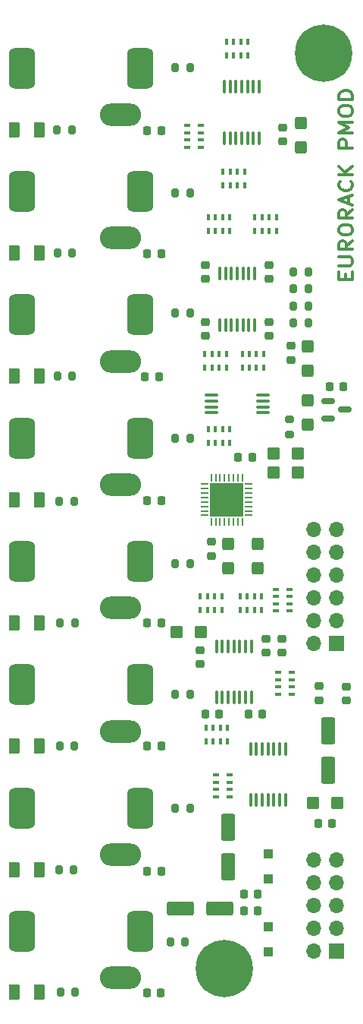
<source format=gbr>
%TF.GenerationSoftware,KiCad,Pcbnew,(6.0.7)*%
%TF.CreationDate,2022-09-10T19:48:32+02:00*%
%TF.ProjectId,eurorack-pmod-pcb,6575726f-7261-4636-9b2d-706d6f642d70,rev?*%
%TF.SameCoordinates,Original*%
%TF.FileFunction,Soldermask,Top*%
%TF.FilePolarity,Negative*%
%FSLAX46Y46*%
G04 Gerber Fmt 4.6, Leading zero omitted, Abs format (unit mm)*
G04 Created by KiCad (PCBNEW (6.0.7)) date 2022-09-10 19:48:32*
%MOMM*%
%LPD*%
G01*
G04 APERTURE LIST*
G04 Aperture macros list*
%AMRoundRect*
0 Rectangle with rounded corners*
0 $1 Rounding radius*
0 $2 $3 $4 $5 $6 $7 $8 $9 X,Y pos of 4 corners*
0 Add a 4 corners polygon primitive as box body*
4,1,4,$2,$3,$4,$5,$6,$7,$8,$9,$2,$3,0*
0 Add four circle primitives for the rounded corners*
1,1,$1+$1,$2,$3*
1,1,$1+$1,$4,$5*
1,1,$1+$1,$6,$7*
1,1,$1+$1,$8,$9*
0 Add four rect primitives between the rounded corners*
20,1,$1+$1,$2,$3,$4,$5,0*
20,1,$1+$1,$4,$5,$6,$7,0*
20,1,$1+$1,$6,$7,$8,$9,0*
20,1,$1+$1,$8,$9,$2,$3,0*%
G04 Aperture macros list end*
%ADD10C,0.375000*%
%ADD11RoundRect,0.200000X-0.200000X-0.275000X0.200000X-0.275000X0.200000X0.275000X-0.200000X0.275000X0*%
%ADD12RoundRect,0.225000X0.250000X-0.225000X0.250000X0.225000X-0.250000X0.225000X-0.250000X-0.225000X0*%
%ADD13RoundRect,0.250000X-0.375000X-0.625000X0.375000X-0.625000X0.375000X0.625000X-0.375000X0.625000X0*%
%ADD14RoundRect,0.100000X-0.100000X0.637500X-0.100000X-0.637500X0.100000X-0.637500X0.100000X0.637500X0*%
%ADD15RoundRect,0.200000X0.200000X0.275000X-0.200000X0.275000X-0.200000X-0.275000X0.200000X-0.275000X0*%
%ADD16RoundRect,0.225000X0.225000X0.250000X-0.225000X0.250000X-0.225000X-0.250000X0.225000X-0.250000X0*%
%ADD17RoundRect,0.225000X-0.225000X-0.250000X0.225000X-0.250000X0.225000X0.250000X-0.225000X0.250000X0*%
%ADD18R,1.100000X1.100000*%
%ADD19RoundRect,0.250000X-0.450000X-0.425000X0.450000X-0.425000X0.450000X0.425000X-0.450000X0.425000X0*%
%ADD20R,0.430000X0.760000*%
%ADD21RoundRect,0.062500X0.062500X-0.337500X0.062500X0.337500X-0.062500X0.337500X-0.062500X-0.337500X0*%
%ADD22RoundRect,0.062500X0.337500X-0.062500X0.337500X0.062500X-0.337500X0.062500X-0.337500X-0.062500X0*%
%ADD23R,3.700000X3.700000*%
%ADD24RoundRect,0.218750X0.256250X-0.218750X0.256250X0.218750X-0.256250X0.218750X-0.256250X-0.218750X0*%
%ADD25RoundRect,0.725000X-0.725000X1.575000X-0.725000X-1.575000X0.725000X-1.575000X0.725000X1.575000X0*%
%ADD26O,4.600000X2.500000*%
%ADD27RoundRect,0.250000X0.550000X-1.250000X0.550000X1.250000X-0.550000X1.250000X-0.550000X-1.250000X0*%
%ADD28C,0.800000*%
%ADD29C,6.400000*%
%ADD30R,0.760000X0.430000*%
%ADD31R,1.700000X1.700000*%
%ADD32O,1.700000X1.700000*%
%ADD33RoundRect,0.250000X-0.425000X0.450000X-0.425000X-0.450000X0.425000X-0.450000X0.425000X0.450000X0*%
%ADD34RoundRect,0.250000X0.450000X0.425000X-0.450000X0.425000X-0.450000X-0.425000X0.450000X-0.425000X0*%
%ADD35RoundRect,0.250000X0.425000X-0.450000X0.425000X0.450000X-0.425000X0.450000X-0.425000X-0.450000X0*%
%ADD36RoundRect,0.225000X-0.250000X0.225000X-0.250000X-0.225000X0.250000X-0.225000X0.250000X0.225000X0*%
%ADD37RoundRect,0.218750X-0.218750X-0.256250X0.218750X-0.256250X0.218750X0.256250X-0.218750X0.256250X0*%
%ADD38RoundRect,0.150000X-0.587500X-0.150000X0.587500X-0.150000X0.587500X0.150000X-0.587500X0.150000X0*%
%ADD39RoundRect,0.200000X-0.275000X0.200000X-0.275000X-0.200000X0.275000X-0.200000X0.275000X0.200000X0*%
%ADD40RoundRect,0.100000X0.100000X-0.637500X0.100000X0.637500X-0.100000X0.637500X-0.100000X-0.637500X0*%
%ADD41RoundRect,0.100000X0.637500X0.100000X-0.637500X0.100000X-0.637500X-0.100000X0.637500X-0.100000X0*%
%ADD42RoundRect,0.250000X-0.550000X1.250000X-0.550000X-1.250000X0.550000X-1.250000X0.550000X1.250000X0*%
%ADD43RoundRect,0.250000X-1.250000X-0.550000X1.250000X-0.550000X1.250000X0.550000X-1.250000X0.550000X0*%
G04 APERTURE END LIST*
D10*
X18180857Y-29279333D02*
X18180857Y-28712666D01*
X18966571Y-28469809D02*
X18966571Y-29279333D01*
X17466571Y-29279333D01*
X17466571Y-28469809D01*
X17466571Y-27741238D02*
X18680857Y-27741238D01*
X18823714Y-27660285D01*
X18895142Y-27579333D01*
X18966571Y-27417428D01*
X18966571Y-27093619D01*
X18895142Y-26931714D01*
X18823714Y-26850761D01*
X18680857Y-26769809D01*
X17466571Y-26769809D01*
X18966571Y-24988857D02*
X18252285Y-25555523D01*
X18966571Y-25960285D02*
X17466571Y-25960285D01*
X17466571Y-25312666D01*
X17538000Y-25150761D01*
X17609428Y-25069809D01*
X17752285Y-24988857D01*
X17966571Y-24988857D01*
X18109428Y-25069809D01*
X18180857Y-25150761D01*
X18252285Y-25312666D01*
X18252285Y-25960285D01*
X17466571Y-23936476D02*
X17466571Y-23612666D01*
X17538000Y-23450761D01*
X17680857Y-23288857D01*
X17966571Y-23207904D01*
X18466571Y-23207904D01*
X18752285Y-23288857D01*
X18895142Y-23450761D01*
X18966571Y-23612666D01*
X18966571Y-23936476D01*
X18895142Y-24098380D01*
X18752285Y-24260285D01*
X18466571Y-24341238D01*
X17966571Y-24341238D01*
X17680857Y-24260285D01*
X17538000Y-24098380D01*
X17466571Y-23936476D01*
X18966571Y-21507904D02*
X18252285Y-22074571D01*
X18966571Y-22479333D02*
X17466571Y-22479333D01*
X17466571Y-21831714D01*
X17538000Y-21669809D01*
X17609428Y-21588857D01*
X17752285Y-21507904D01*
X17966571Y-21507904D01*
X18109428Y-21588857D01*
X18180857Y-21669809D01*
X18252285Y-21831714D01*
X18252285Y-22479333D01*
X18538000Y-20860285D02*
X18538000Y-20050761D01*
X18966571Y-21022190D02*
X17466571Y-20455523D01*
X18966571Y-19888857D01*
X18823714Y-18350761D02*
X18895142Y-18431714D01*
X18966571Y-18674571D01*
X18966571Y-18836476D01*
X18895142Y-19079333D01*
X18752285Y-19241238D01*
X18609428Y-19322190D01*
X18323714Y-19403142D01*
X18109428Y-19403142D01*
X17823714Y-19322190D01*
X17680857Y-19241238D01*
X17538000Y-19079333D01*
X17466571Y-18836476D01*
X17466571Y-18674571D01*
X17538000Y-18431714D01*
X17609428Y-18350761D01*
X18966571Y-17622190D02*
X17466571Y-17622190D01*
X18966571Y-16650761D02*
X18109428Y-17379333D01*
X17466571Y-16650761D02*
X18323714Y-17622190D01*
X18966571Y-14626952D02*
X17466571Y-14626952D01*
X17466571Y-13979333D01*
X17538000Y-13817428D01*
X17609428Y-13736476D01*
X17752285Y-13655523D01*
X17966571Y-13655523D01*
X18109428Y-13736476D01*
X18180857Y-13817428D01*
X18252285Y-13979333D01*
X18252285Y-14626952D01*
X18966571Y-12926952D02*
X17466571Y-12926952D01*
X18538000Y-12360285D01*
X17466571Y-11793619D01*
X18966571Y-11793619D01*
X17466571Y-10660285D02*
X17466571Y-10336476D01*
X17538000Y-10174571D01*
X17680857Y-10012666D01*
X17966571Y-9931714D01*
X18466571Y-9931714D01*
X18752285Y-10012666D01*
X18895142Y-10174571D01*
X18966571Y-10336476D01*
X18966571Y-10660285D01*
X18895142Y-10822190D01*
X18752285Y-10984095D01*
X18466571Y-11065047D01*
X17966571Y-11065047D01*
X17680857Y-10984095D01*
X17538000Y-10822190D01*
X17466571Y-10660285D01*
X18966571Y-9203142D02*
X17466571Y-9203142D01*
X17466571Y-8798380D01*
X17538000Y-8555523D01*
X17680857Y-8393619D01*
X17823714Y-8312666D01*
X18109428Y-8231714D01*
X18323714Y-8231714D01*
X18609428Y-8312666D01*
X18752285Y-8393619D01*
X18895142Y-8555523D01*
X18966571Y-8798380D01*
X18966571Y-9203142D01*
D11*
%TO.C,R5*%
X-825000Y-19685000D03*
X825000Y-19685000D03*
%TD*%
D12*
%TO.C,C20*%
X2540000Y-35573000D03*
X2540000Y-34023000D03*
%TD*%
D13*
%TO.C,D8*%
X-16024400Y-81330800D03*
X-18824400Y-81330800D03*
%TD*%
D14*
%TO.C,U7*%
X11475000Y-81592500D03*
X10825000Y-81592500D03*
X10175000Y-81592500D03*
X9525000Y-81592500D03*
X8875000Y-81592500D03*
X8225000Y-81592500D03*
X7575000Y-81592500D03*
X7575000Y-87317500D03*
X8225000Y-87317500D03*
X8875000Y-87317500D03*
X9525000Y-87317500D03*
X10175000Y-87317500D03*
X10825000Y-87317500D03*
X11475000Y-87317500D03*
%TD*%
D15*
%TO.C,R14*%
X825000Y-60960000D03*
X-825000Y-60960000D03*
%TD*%
D11*
%TO.C,R9*%
X12383000Y-28448000D03*
X14033000Y-28448000D03*
%TD*%
D16*
%TO.C,C4*%
X7760000Y-49149000D03*
X6210000Y-49149000D03*
%TD*%
D12*
%TO.C,C15*%
X11049000Y-70879000D03*
X11049000Y-69329000D03*
%TD*%
D11*
%TO.C,R4*%
X-14033000Y-12598400D03*
X-12383000Y-12598400D03*
%TD*%
D15*
%TO.C,R15*%
X-12052800Y-67614800D03*
X-13702800Y-67614800D03*
%TD*%
D13*
%TO.C,D5*%
X-16024400Y-40081200D03*
X-18824400Y-40081200D03*
%TD*%
D17*
%TO.C,C23*%
X-3950000Y-26416000D03*
X-2400000Y-26416000D03*
%TD*%
D18*
%TO.C,D2*%
X9525000Y-104270000D03*
X9525000Y-101470000D03*
%TD*%
D11*
%TO.C,R6*%
X12383000Y-34163000D03*
X14033000Y-34163000D03*
%TD*%
D19*
%TO.C,C11*%
X10160000Y-50800000D03*
X12860000Y-50800000D03*
%TD*%
D13*
%TO.C,D7*%
X-15999000Y-67564000D03*
X-18799000Y-67564000D03*
%TD*%
D16*
%TO.C,C31*%
X-2400000Y-81280000D03*
X-3950000Y-81280000D03*
%TD*%
D17*
%TO.C,C34*%
X7353000Y-77724000D03*
X8903000Y-77724000D03*
%TD*%
D12*
%TO.C,C22*%
X9652000Y-35573000D03*
X9652000Y-34023000D03*
%TD*%
D20*
%TO.C,RN14*%
X2610000Y-80770000D03*
X3410000Y-80770000D03*
X4210000Y-80770000D03*
X5010000Y-80770000D03*
X5010000Y-79250000D03*
X4210000Y-79250000D03*
X3410000Y-79250000D03*
X2610000Y-79250000D03*
%TD*%
D13*
%TO.C,D6*%
X-16024400Y-53822600D03*
X-18824400Y-53822600D03*
%TD*%
D15*
%TO.C,R18*%
X825000Y-88265000D03*
X-825000Y-88265000D03*
%TD*%
D17*
%TO.C,C9*%
X16375000Y-41275000D03*
X17925000Y-41275000D03*
%TD*%
%TO.C,C25*%
X-4204000Y-40132000D03*
X-2654000Y-40132000D03*
%TD*%
D21*
%TO.C,U3*%
X3175000Y-56290000D03*
X3675000Y-56290000D03*
X4175000Y-56290000D03*
X4675000Y-56290000D03*
X5175000Y-56290000D03*
X5675000Y-56290000D03*
X6175000Y-56290000D03*
X6675000Y-56290000D03*
D22*
X7375000Y-55590000D03*
X7375000Y-55090000D03*
X7375000Y-54590000D03*
X7375000Y-54090000D03*
X7375000Y-53590000D03*
X7375000Y-53090000D03*
X7375000Y-52590000D03*
X7375000Y-52090000D03*
D21*
X6675000Y-51390000D03*
X6175000Y-51390000D03*
X5675000Y-51390000D03*
X5175000Y-51390000D03*
X4675000Y-51390000D03*
X4175000Y-51390000D03*
X3675000Y-51390000D03*
X3175000Y-51390000D03*
D22*
X2475000Y-52090000D03*
X2475000Y-52590000D03*
X2475000Y-53090000D03*
X2475000Y-53590000D03*
X2475000Y-54090000D03*
X2475000Y-54590000D03*
X2475000Y-55090000D03*
X2475000Y-55590000D03*
D23*
X4925000Y-53840000D03*
%TD*%
D12*
%TO.C,C17*%
X11176000Y-13932200D03*
X11176000Y-12382200D03*
%TD*%
D24*
%TO.C,L3*%
X18268148Y-76222314D03*
X18268148Y-74647314D03*
%TD*%
D25*
%TO.C,J6*%
X-17970000Y-46964776D03*
X-4770000Y-46964776D03*
D26*
X-6970000Y-52164776D03*
%TD*%
D16*
%TO.C,C33*%
X-2400000Y-95250000D03*
X-3950000Y-95250000D03*
%TD*%
D20*
%TO.C,RN11*%
X1975000Y-66165000D03*
X2775000Y-66165000D03*
X3575000Y-66165000D03*
X4375000Y-66165000D03*
X4375000Y-64645000D03*
X3575000Y-64645000D03*
X2775000Y-64645000D03*
X1975000Y-64645000D03*
%TD*%
D24*
%TO.C,L4*%
X15240000Y-76200000D03*
X15240000Y-74625000D03*
%TD*%
D27*
%TO.C,C1*%
X5080000Y-94783000D03*
X5080000Y-90383000D03*
%TD*%
D20*
%TO.C,RN2*%
X5264000Y-45976000D03*
X4464000Y-45976000D03*
X3664000Y-45976000D03*
X2864000Y-45976000D03*
X2864000Y-47496000D03*
X3664000Y-47496000D03*
X4464000Y-47496000D03*
X5264000Y-47496000D03*
%TD*%
D28*
%TO.C,REF\u002A\u002A*%
X17445056Y-5761056D03*
X14050944Y-5761056D03*
X18148000Y-4064000D03*
D29*
X15748000Y-4064000D03*
D28*
X17445056Y-2366944D03*
X13348000Y-4064000D03*
X14050944Y-2366944D03*
X15748000Y-1664000D03*
X15748000Y-6464000D03*
%TD*%
D30*
%TO.C,RN13*%
X3685000Y-84525000D03*
X3685000Y-85325000D03*
X3685000Y-86125000D03*
X3685000Y-86925000D03*
X5205000Y-86925000D03*
X5205000Y-86125000D03*
X5205000Y-85325000D03*
X5205000Y-84525000D03*
%TD*%
%TO.C,RN12*%
X10670000Y-73095000D03*
X10670000Y-73895000D03*
X10670000Y-74695000D03*
X10670000Y-75495000D03*
X12190000Y-75495000D03*
X12190000Y-74695000D03*
X12190000Y-73895000D03*
X12190000Y-73095000D03*
%TD*%
D31*
%TO.C,J1*%
X17145000Y-104135000D03*
D32*
X14605000Y-104135000D03*
X17145000Y-101595000D03*
X14605000Y-101595000D03*
X17145000Y-99055000D03*
X14605000Y-99055000D03*
X17145000Y-96515000D03*
X14605000Y-96515000D03*
X17145000Y-93975000D03*
X14605000Y-93975000D03*
%TD*%
D20*
%TO.C,RN7*%
X8052000Y-23872000D03*
X8852000Y-23872000D03*
X9652000Y-23872000D03*
X10452000Y-23872000D03*
X10452000Y-22352000D03*
X9652000Y-22352000D03*
X8852000Y-22352000D03*
X8052000Y-22352000D03*
%TD*%
D11*
%TO.C,R11*%
X-825000Y-46990000D03*
X825000Y-46990000D03*
%TD*%
D33*
%TO.C,C12*%
X13970000Y-36750000D03*
X13970000Y-39450000D03*
%TD*%
D11*
%TO.C,R2*%
X-825000Y-5715000D03*
X825000Y-5715000D03*
%TD*%
D15*
%TO.C,R20*%
X266200Y-103124000D03*
X-1383800Y-103124000D03*
%TD*%
%TO.C,R21*%
X-12027400Y-108712000D03*
X-13677400Y-108712000D03*
%TD*%
D20*
%TO.C,RN3*%
X2464000Y-39112000D03*
X3264000Y-39112000D03*
X4064000Y-39112000D03*
X4864000Y-39112000D03*
X4864000Y-37592000D03*
X4064000Y-37592000D03*
X3264000Y-37592000D03*
X2464000Y-37592000D03*
%TD*%
D13*
%TO.C,D3*%
X-15999000Y-12598400D03*
X-18799000Y-12598400D03*
%TD*%
D25*
%TO.C,J3*%
X-17970000Y-5735611D03*
X-4770000Y-5735611D03*
D26*
X-6970000Y-10935611D03*
%TD*%
D34*
%TO.C,C14*%
X1985000Y-68580000D03*
X-715000Y-68580000D03*
%TD*%
D18*
%TO.C,D1*%
X9525000Y-96142000D03*
X9525000Y-93342000D03*
%TD*%
D35*
%TO.C,C16*%
X13208000Y-14558000D03*
X13208000Y-11858000D03*
%TD*%
D19*
%TO.C,C3*%
X10160000Y-48691800D03*
X12860000Y-48691800D03*
%TD*%
D15*
%TO.C,R17*%
X-12090400Y-81330800D03*
X-13740400Y-81330800D03*
%TD*%
D36*
%TO.C,C6*%
X3175000Y-58534000D03*
X3175000Y-60084000D03*
%TD*%
D16*
%TO.C,C35*%
X-2430543Y-108812750D03*
X-3980543Y-108812750D03*
%TD*%
D34*
%TO.C,C18*%
X17225000Y-87630000D03*
X14525000Y-87630000D03*
%TD*%
D12*
%TO.C,C30*%
X1905000Y-72149000D03*
X1905000Y-70599000D03*
%TD*%
D17*
%TO.C,C27*%
X-3950000Y-53975000D03*
X-2400000Y-53975000D03*
%TD*%
D33*
%TO.C,C5*%
X5080000Y-58771800D03*
X5080000Y-61471800D03*
%TD*%
D20*
%TO.C,RN6*%
X6640295Y-39107713D03*
X7440295Y-39107713D03*
X8240295Y-39107713D03*
X9040295Y-39107713D03*
X9040295Y-37587713D03*
X8240295Y-37587713D03*
X7440295Y-37587713D03*
X6640295Y-37587713D03*
%TD*%
D14*
%TO.C,U5*%
X8554000Y-7805500D03*
X7904000Y-7805500D03*
X7254000Y-7805500D03*
X6604000Y-7805500D03*
X5954000Y-7805500D03*
X5304000Y-7805500D03*
X4654000Y-7805500D03*
X4654000Y-13530500D03*
X5304000Y-13530500D03*
X5954000Y-13530500D03*
X6604000Y-13530500D03*
X7254000Y-13530500D03*
X7904000Y-13530500D03*
X8554000Y-13530500D03*
%TD*%
D37*
%TO.C,L2*%
X6832500Y-99645452D03*
X8407500Y-99645452D03*
%TD*%
D38*
%TO.C,U1*%
X16207500Y-42865000D03*
X16207500Y-44765000D03*
X18082500Y-43815000D03*
%TD*%
D12*
%TO.C,C28*%
X9271000Y-70879000D03*
X9271000Y-69329000D03*
%TD*%
D16*
%TO.C,C19*%
X16700800Y-89966800D03*
X15150800Y-89966800D03*
%TD*%
D15*
%TO.C,R16*%
X825000Y-75565000D03*
X-825000Y-75565000D03*
%TD*%
D25*
%TO.C,J7*%
X-17970000Y-60707831D03*
X-4770000Y-60707831D03*
D26*
X-6970000Y-65907831D03*
%TD*%
D39*
%TO.C,R1*%
X11938000Y-44895000D03*
X11938000Y-46545000D03*
%TD*%
D11*
%TO.C,R12*%
X12383000Y-30353000D03*
X14033000Y-30353000D03*
%TD*%
D25*
%TO.C,J4*%
X-17970000Y-19478666D03*
X-4770000Y-19478666D03*
D26*
X-6970000Y-24678666D03*
%TD*%
D25*
%TO.C,J10*%
X-17970000Y-101937000D03*
X-4770000Y-101937000D03*
D26*
X-6970000Y-107137000D03*
%TD*%
D37*
%TO.C,L1*%
X6832500Y-97795000D03*
X8407500Y-97795000D03*
%TD*%
D20*
%TO.C,RN8*%
X6896000Y-17272000D03*
X6096000Y-17272000D03*
X5296000Y-17272000D03*
X4496000Y-17272000D03*
X4496000Y-18792000D03*
X5296000Y-18792000D03*
X6096000Y-18792000D03*
X6896000Y-18792000D03*
%TD*%
D25*
%TO.C,J5*%
X-17970000Y-33221721D03*
X-4770000Y-33221721D03*
D26*
X-6970000Y-38421721D03*
%TD*%
D11*
%TO.C,R13*%
X-13804400Y-54000400D03*
X-12154400Y-54000400D03*
%TD*%
%TO.C,R8*%
X-825000Y-33020000D03*
X825000Y-33020000D03*
%TD*%
D36*
%TO.C,C13*%
X12065000Y-36690000D03*
X12065000Y-38240000D03*
%TD*%
D11*
%TO.C,R3*%
X12383000Y-32258000D03*
X14033000Y-32258000D03*
%TD*%
%TO.C,R10*%
X-13982200Y-40081200D03*
X-12332200Y-40081200D03*
%TD*%
D14*
%TO.C,U6*%
X7665000Y-70162500D03*
X7015000Y-70162500D03*
X6365000Y-70162500D03*
X5715000Y-70162500D03*
X5065000Y-70162500D03*
X4415000Y-70162500D03*
X3765000Y-70162500D03*
X3765000Y-75887500D03*
X4415000Y-75887500D03*
X5065000Y-75887500D03*
X5715000Y-75887500D03*
X6365000Y-75887500D03*
X7015000Y-75887500D03*
X7665000Y-75887500D03*
%TD*%
D13*
%TO.C,D4*%
X-16021400Y-26339800D03*
X-18821400Y-26339800D03*
%TD*%
D40*
%TO.C,U4*%
X4146000Y-34358500D03*
X4796000Y-34358500D03*
X5446000Y-34358500D03*
X6096000Y-34358500D03*
X6746000Y-34358500D03*
X7396000Y-34358500D03*
X8046000Y-34358500D03*
X8046000Y-28633500D03*
X7396000Y-28633500D03*
X6746000Y-28633500D03*
X6096000Y-28633500D03*
X5446000Y-28633500D03*
X4796000Y-28633500D03*
X4146000Y-28633500D03*
%TD*%
D33*
%TO.C,C8*%
X13970000Y-42765000D03*
X13970000Y-45465000D03*
%TD*%
D28*
%TO.C,REF\u002A\u002A*%
X4673600Y-108521200D03*
X6370656Y-107818256D03*
X2976544Y-107818256D03*
D29*
X4673600Y-106121200D03*
D28*
X4673600Y-103721200D03*
X2273600Y-106121200D03*
X2976544Y-104424144D03*
X6370656Y-104424144D03*
X7073600Y-106121200D03*
%TD*%
D41*
%TO.C,U2*%
X8958500Y-44155000D03*
X8958500Y-43505000D03*
X8958500Y-42855000D03*
X8958500Y-42205000D03*
X3233500Y-42205000D03*
X3233500Y-42855000D03*
X3233500Y-43505000D03*
X3233500Y-44155000D03*
%TD*%
D20*
%TO.C,RN9*%
X2864000Y-23872000D03*
X3664000Y-23872000D03*
X4464000Y-23872000D03*
X5264000Y-23872000D03*
X5264000Y-22352000D03*
X4464000Y-22352000D03*
X3664000Y-22352000D03*
X2864000Y-22352000D03*
%TD*%
D36*
%TO.C,C24*%
X9652000Y-27673000D03*
X9652000Y-29223000D03*
%TD*%
D11*
%TO.C,R7*%
X-13982200Y-26314400D03*
X-12332200Y-26314400D03*
%TD*%
D16*
%TO.C,C32*%
X4077000Y-77724000D03*
X2527000Y-77724000D03*
%TD*%
D30*
%TO.C,RN1*%
X11936000Y-66224000D03*
X11936000Y-65424000D03*
X11936000Y-64624000D03*
X11936000Y-63824000D03*
X10416000Y-63824000D03*
X10416000Y-64624000D03*
X10416000Y-65424000D03*
X10416000Y-66224000D03*
%TD*%
D13*
%TO.C,D10*%
X-15999000Y-108686600D03*
X-18799000Y-108686600D03*
%TD*%
D30*
%TO.C,RN5*%
X510000Y-12135000D03*
X510000Y-12935000D03*
X510000Y-13735000D03*
X510000Y-14535000D03*
X2030000Y-14535000D03*
X2030000Y-13735000D03*
X2030000Y-12935000D03*
X2030000Y-12135000D03*
%TD*%
D13*
%TO.C,D9*%
X-16024400Y-95072200D03*
X-18824400Y-95072200D03*
%TD*%
D17*
%TO.C,C21*%
X-3950000Y-12700000D03*
X-2400000Y-12700000D03*
%TD*%
D20*
%TO.C,RN10*%
X8820000Y-64645000D03*
X8020000Y-64645000D03*
X7220000Y-64645000D03*
X6420000Y-64645000D03*
X6420000Y-66165000D03*
X7220000Y-66165000D03*
X8020000Y-66165000D03*
X8820000Y-66165000D03*
%TD*%
D15*
%TO.C,R19*%
X-12179800Y-95097600D03*
X-13829800Y-95097600D03*
%TD*%
D25*
%TO.C,J9*%
X-17970000Y-88193941D03*
X-4770000Y-88193941D03*
D26*
X-6970000Y-93393941D03*
%TD*%
D42*
%TO.C,C7*%
X16256000Y-79588000D03*
X16256000Y-83988000D03*
%TD*%
D36*
%TO.C,C26*%
X2540000Y-27673000D03*
X2540000Y-29223000D03*
%TD*%
D20*
%TO.C,RN4*%
X7296000Y-2796000D03*
X6496000Y-2796000D03*
X5696000Y-2796000D03*
X4896000Y-2796000D03*
X4896000Y-4316000D03*
X5696000Y-4316000D03*
X6496000Y-4316000D03*
X7296000Y-4316000D03*
%TD*%
D33*
%TO.C,C10*%
X8365617Y-58764511D03*
X8365617Y-61464511D03*
%TD*%
D31*
%TO.C,J2*%
X17145000Y-69850000D03*
D32*
X14605000Y-69850000D03*
X17145000Y-67310000D03*
X14605000Y-67310000D03*
X17145000Y-64770000D03*
X14605000Y-64770000D03*
X17145000Y-62230000D03*
X14605000Y-62230000D03*
X17145000Y-59690000D03*
X14605000Y-59690000D03*
X17145000Y-57150000D03*
X14605000Y-57150000D03*
%TD*%
D16*
%TO.C,C29*%
X-2412217Y-67566567D03*
X-3962217Y-67566567D03*
%TD*%
D25*
%TO.C,J8*%
X-17970000Y-74450886D03*
X-4770000Y-74450886D03*
D26*
X-6970000Y-79650886D03*
%TD*%
D43*
%TO.C,C2*%
X-295000Y-99441000D03*
X4105000Y-99441000D03*
%TD*%
M02*

</source>
